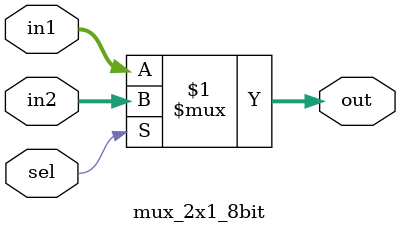
<source format=v>
`timescale 1ns / 1ps


module mux_2x1_8bit(
    input [7:0] in1,
    input [7:0] in2,
    input sel,
    output [7:0] out
    );

    assign out = sel ? in2 : in1;

endmodule

</source>
